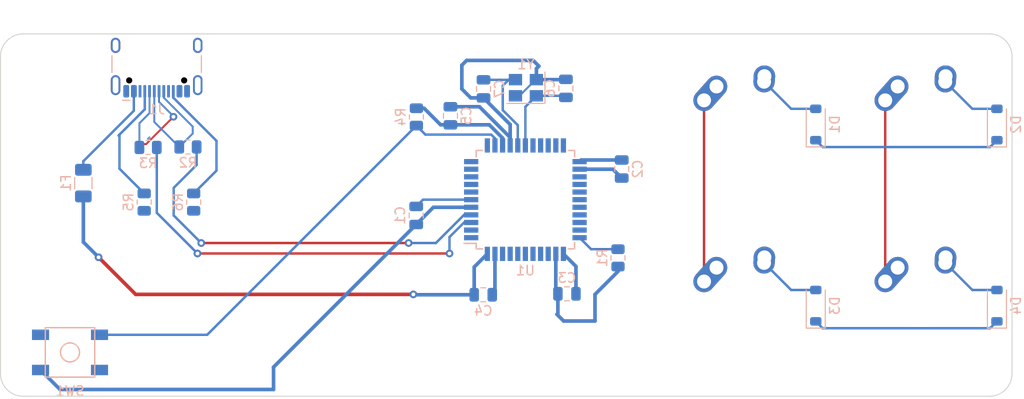
<source format=kicad_pcb>
(kicad_pcb (version 20221018) (generator pcbnew)
  (layers (0 "F.Cu" signal) (31 "B.Cu" signal) (34 "B.Paste" user) (35 "F.Paste" user) (36 "B.SilkS" user "B.Silkscreen") (37 "F.SilkS" user "F.Silkscreen") (38 "B.Mask" user) (39 "F.Mask" user) (44 "Edge.Cuts" user))
  (net 0 "")
  (net 1 "Net-(U1-UCAP)")
  (net 2 "GND")
  (net 3 "+5V")
  (net 4 "Net-(U1-XTAL1)")
  (net 5 "Net-(U1-XTAL2)")
  (net 6 "ROW0")
  (net 7 "Net-(D1-A)")
  (net 8 "Net-(D2-A)")
  (net 9 "ROW1")
  (net 10 "Net-(D3-A)")
  (net 11 "Net-(D4-A)")
  (net 12 "VCC")
  (net 13 "Net-(J1-CC1)")
  (net 14 "D+")
  (net 15 "D-")
  (net 17 "Net-(J1-CC2)")
  (net 19 "COL0")
  (net 20 "COL1")
  (net 21 "Net-(U1-~{HWB}{slash}PE2)")
  (net 22 "Net-(U1-D+)")
  (net 23 "Net-(U1-D-)")
  (net 24 "Net-(U1-~{RESET})")
  (footprint "MX_Alps_Hybrid:MX-1U-NoLED" (layer "F.Cu") (at 130.175 58.7375)
    (fp_text reference "MX1")
    (fp_text value "MX-NoLED")
    (pad "" np_thru_hole circle (at -5.08 0 48.0996) (size 1.75 1.75) (drill 1.75) (layers "*.Cu" "*.Mask"))
    (pad "" np_thru_hole circle (at 0 0) (size 3.9878 3.9878) (drill 3.9878) (layers "*.Cu" "*.Mask"))
    (pad "" np_thru_hole circle (at 5.08 0 48.0996) (size 1.75 1.75) (drill 1.75) (layers "*.Cu" "*.Mask"))
    (pad "1" thru_hole oval (at -3.81 -2.54 48.0996) (size 4.211556 2.25) (drill 1.47 (offset 0.980778 0)) (layers "*.Cu" "B.Mask") (net 19 "COL0"))
    (pad "1" thru_hole circle (at -2.5 -4) (size 2.25 2.25) (drill 1.47) (layers "*.Cu" "B.Mask") (net 19 "COL0"))
    (pad "2" thru_hole oval (at 2.5 -4.5 86.0548) (size 2.831378 2.25) (drill 1.47 (offset 0.290689 0)) (layers "*.Cu" "B.Mask") (net 7 "Net-(D1-A)"))
    (pad "2" thru_hole circle (at 2.54 -5.08) (size 2.25 2.25) (drill 1.47) (layers "*.Cu" "B.Mask") (net 7 "Net-(D1-A)"))
  )
  (footprint "MX_Alps_Hybrid:MX-1U-NoLED" (layer "F.Cu") (at 149.225 58.7375)
    (fp_text reference "MX2")
    (fp_text value "MX-NoLED")
    (pad "" np_thru_hole circle (at -5.08 0 48.0996) (size 1.75 1.75) (drill 1.75) (layers "*.Cu" "*.Mask"))
    (pad "" np_thru_hole circle (at 0 0) (size 3.9878 3.9878) (drill 3.9878) (layers "*.Cu" "*.Mask"))
    (pad "" np_thru_hole circle (at 5.08 0 48.0996) (size 1.75 1.75) (drill 1.75) (layers "*.Cu" "*.Mask"))
    (pad "1" thru_hole oval (at -3.81 -2.54 48.0996) (size 4.211556 2.25) (drill 1.47 (offset 0.980778 0)) (layers "*.Cu" "B.Mask") (net 20 "COL1"))
    (pad "1" thru_hole circle (at -2.5 -4) (size 2.25 2.25) (drill 1.47) (layers "*.Cu" "B.Mask") (net 20 "COL1"))
    (pad "2" thru_hole oval (at 2.5 -4.5 86.0548) (size 2.831378 2.25) (drill 1.47 (offset 0.290689 0)) (layers "*.Cu" "B.Mask") (net 8 "Net-(D2-A)"))
    (pad "2" thru_hole circle (at 2.54 -5.08) (size 2.25 2.25) (drill 1.47) (layers "*.Cu" "B.Mask") (net 8 "Net-(D2-A)"))
  )
  (footprint "MX_Alps_Hybrid:MX-1U-NoLED" (layer "F.Cu") (at 130.175 77.7875)
    (fp_text reference "MX3")
    (fp_text value "MX-NoLED")
    (pad "" np_thru_hole circle (at -5.08 0 48.0996) (size 1.75 1.75) (drill 1.75) (layers "*.Cu" "*.Mask"))
    (pad "" np_thru_hole circle (at 0 0) (size 3.9878 3.9878) (drill 3.9878) (layers "*.Cu" "*.Mask"))
    (pad "" np_thru_hole circle (at 5.08 0 48.0996) (size 1.75 1.75) (drill 1.75) (layers "*.Cu" "*.Mask"))
    (pad "1" thru_hole oval (at -3.81 -2.54 48.0996) (size 4.211556 2.25) (drill 1.47 (offset 0.980778 0)) (layers "*.Cu" "B.Mask") (net 19 "COL0"))
    (pad "1" thru_hole circle (at -2.5 -4) (size 2.25 2.25) (drill 1.47) (layers "*.Cu" "B.Mask") (net 19 "COL0"))
    (pad "2" thru_hole oval (at 2.5 -4.5 86.0548) (size 2.831378 2.25) (drill 1.47 (offset 0.290689 0)) (layers "*.Cu" "B.Mask") (net 10 "Net-(D3-A)"))
    (pad "2" thru_hole circle (at 2.54 -5.08) (size 2.25 2.25) (drill 1.47) (layers "*.Cu" "B.Mask") (net 10 "Net-(D3-A)"))
  )
  (footprint "MX_Alps_Hybrid:MX-1U-NoLED" (layer "F.Cu") (at 149.225 77.7875)
    (fp_text reference "MX4")
    (fp_text value "MX-NoLED")
    (pad "" np_thru_hole circle (at -5.08 0 48.0996) (size 1.75 1.75) (drill 1.75) (layers "*.Cu" "*.Mask"))
    (pad "" np_thru_hole circle (at 0 0) (size 3.9878 3.9878) (drill 3.9878) (layers "*.Cu" "*.Mask"))
    (pad "" np_thru_hole circle (at 5.08 0 48.0996) (size 1.75 1.75) (drill 1.75) (layers "*.Cu" "*.Mask"))
    (pad "1" thru_hole oval (at -3.81 -2.54 48.0996) (size 4.211556 2.25) (drill 1.47 (offset 0.980778 0)) (layers "*.Cu" "B.Mask") (net 20 "COL1"))
    (pad "1" thru_hole circle (at -2.5 -4) (size 2.25 2.25) (drill 1.47) (layers "*.Cu" "B.Mask") (net 20 "COL1"))
    (pad "2" thru_hole oval (at 2.5 -4.5 86.0548) (size 2.831378 2.25) (drill 1.47 (offset 0.290689 0)) (layers "*.Cu" "B.Mask") (net 11 "Net-(D4-A)"))
    (pad "2" thru_hole circle (at 2.54 -5.08) (size 2.25 2.25) (drill 1.47) (layers "*.Cu" "B.Mask") (net 11 "Net-(D4-A)"))
  )
  (footprint "Fuse:Fuse_1206_3216Metric" (layer "B.Cu") (at 61.1 64.9 -90)
    (fp_text reference "F1" (at 0 1.82 90) (layer "B.SilkS") (effects (justify mirror)))
    (fp_text value "500mA")
    (fp_line (start -0.602064 -0.91) (end 0.602064 -0.91) (stroke (width 0.12)) (layer "B.SilkS"))
    (fp_line (start -0.602064 0.91) (end 0.602064 0.91) (stroke (width 0.12)) (layer "B.SilkS"))
    (pad "1" smd roundrect (at -1.4 0 270) (size 1.25 1.75) (layers "B.Cu" "B.Paste" "B.Mask") (roundrect_rratio 0.2) (net 12 "VCC"))
    (pad "2" smd roundrect (at 1.4 0 270) (size 1.25 1.75) (layers "B.Cu" "B.Paste" "B.Mask") (roundrect_rratio 0.2) (net 3 "+5V"))
  )
  (footprint "Diode_SMD:D_SOD-123" (layer "B.Cu") (at 157.1625 58.7375 90)
    (fp_text reference "D2" (at 0 2 90) (layer "B.SilkS") (effects (justify mirror)))
    (fp_text value "D_Small")
    (fp_line (start -2.36 -1) (end 1.65 -1) (stroke (width 0.12)) (layer "B.SilkS"))
    (fp_line (start -2.36 1) (end -2.36 -1) (stroke (width 0.12)) (layer "B.SilkS"))
    (fp_line (start -2.36 1) (end 1.65 1) (stroke (width 0.12)) (layer "B.SilkS"))
    (pad "1" smd roundrect (at -1.65 0 90) (size 0.9 1.2) (layers "B.Cu" "B.Paste" "B.Mask") (net 6 "ROW0"))
    (pad "2" smd roundrect (at 1.65 0 90) (size 0.9 1.2) (layers "B.Cu" "B.Paste" "B.Mask") (net 8 "Net-(D2-A)"))
  )
  (footprint "Capacitor_SMD:C_0805_2012Metric" (layer "B.Cu") (at 99.7 57.82 90)
    (fp_text reference "C5" (at 0 1.68 90) (layer "B.SilkS") (effects (justify mirror)))
    (fp_text value "0.1uF")
    (fp_line (start -0.261252 -0.735) (end 0.261252 -0.735) (stroke (width 0.12)) (layer "B.SilkS"))
    (fp_line (start -0.261252 0.735) (end 0.261252 0.735) (stroke (width 0.12)) (layer "B.SilkS"))
    (pad "1" smd roundrect (at -0.95 0 90) (size 1 1.45) (layers "B.Cu" "B.Paste" "B.Mask") (net 3 "+5V"))
    (pad "2" smd roundrect (at 0.95 0 90) (size 1 1.45) (layers "B.Cu" "B.Paste" "B.Mask") (net 2 "GND"))
  )
  (footprint "Capacitor_SMD:C_0805_2012Metric" (layer "B.Cu") (at 103.18 54.99 90)
    (fp_text reference "C7" (at 0 1.68 90) (layer "B.SilkS") (effects (justify mirror)))
    (fp_text value "22pF")
    (fp_line (start -0.261252 -0.735) (end 0.261252 -0.735) (stroke (width 0.12)) (layer "B.SilkS"))
    (fp_line (start -0.261252 0.735) (end 0.261252 0.735) (stroke (width 0.12)) (layer "B.SilkS"))
    (pad "1" smd roundrect (at -0.95 0 90) (size 1 1.45) (layers "B.Cu" "B.Paste" "B.Mask") (net 2 "GND"))
    (pad "2" smd roundrect (at 0.95 0 90) (size 1 1.45) (layers "B.Cu" "B.Paste" "B.Mask") (net 5 "Net-(U1-XTAL2)"))
  )
  (footprint "random-keyboard-parts:SKQG-1155865" (layer "B.Cu") (at 59.7 82.7 180)
    (fp_text reference "SW1" (at 0 -4.064) (layer "B.SilkS") (effects (justify mirror)))
    (fp_text value "SW_Push")
    (fp_line (start -2.6 -2.6) (end -2.6 2.6) (stroke (width 0.15)) (layer "B.SilkS"))
    (fp_line (start -2.6 2.6) (end 2.6 2.6) (stroke (width 0.15)) (layer "B.SilkS"))
    (fp_line (start 2.6 -2.6) (end -2.6 -2.6) (stroke (width 0.15)) (layer "B.SilkS"))
    (fp_line (start 2.6 2.6) (end 2.6 -2.6) (stroke (width 0.15)) (layer "B.SilkS"))
    (fp_circle (center 0 0) (end 1 0) (stroke (width 0.15)) (fill none) (layer "B.SilkS"))
    (pad "1" smd rect (at 3.1 -1.85 180) (size 1.8 1.1) (layers "B.Cu" "B.Paste" "B.Mask") (net 2 "GND"))
    (pad "2" smd rect (at -3.1 1.85 180) (size 1.8 1.1) (layers "B.Cu" "B.Paste" "B.Mask") (net 24 "Net-(U1-~{RESET})"))
    (pad "3" smd rect (at 3.1 1.85 180) (size 1.8 1.1) (layers "B.Cu" "B.Paste" "B.Mask"))
    (pad "4" smd rect (at -3.1 -1.85 180) (size 1.8 1.1) (layers "B.Cu" "B.Paste" "B.Mask"))
  )
  (footprint "Resistor_SMD:R_0805_2012Metric" (layer "B.Cu") (at 67.91 61.15)
    (fp_text reference "R3" (at 0 1.65) (layer "B.SilkS") (effects (justify mirror)))
    (fp_text value "22")
    (fp_line (start -0.227064 -0.735) (end 0.227064 -0.735) (stroke (width 0.12)) (layer "B.SilkS"))
    (fp_line (start -0.227064 0.735) (end 0.227064 0.735) (stroke (width 0.12)) (layer "B.SilkS"))
    (pad "1" smd roundrect (at -0.9125 0) (size 1.025 1.4) (layers "B.Cu" "B.Paste" "B.Mask") (roundrect_rratio 0.243902) (net 15 "D-"))
    (pad "2" smd roundrect (at 0.9125 0) (size 1.025 1.4) (layers "B.Cu" "B.Paste" "B.Mask") (roundrect_rratio 0.243902) (net 23 "Net-(U1-D-)"))
  )
  (footprint "Resistor_SMD:R_0805_2012Metric" (layer "B.Cu") (at 72.7 66.9 -90)
    (fp_text reference "R6" (at 0 1.65 90) (layer "B.SilkS") (effects (justify mirror)))
    (fp_text value "5.1k")
    (fp_line (start -0.227064 -0.735) (end 0.227064 -0.735) (stroke (width 0.12)) (layer "B.SilkS"))
    (fp_line (start -0.227064 0.735) (end 0.227064 0.735) (stroke (width 0.12)) (layer "B.SilkS"))
    (pad "1" smd roundrect (at -0.9125 0 270) (size 1.025 1.4) (layers "B.Cu" "B.Paste" "B.Mask") (roundrect_rratio 0.243902) (net 17 "Net-(J1-CC2)"))
    (pad "2" smd roundrect (at 0.9125 0 270) (size 1.025 1.4) (layers "B.Cu" "B.Paste" "B.Mask") (roundrect_rratio 0.243902) (net 2 "GND"))
  )
  (footprint "Crystal:Crystal_SMD_3225-4Pin_3.2x2.5mm" (layer "B.Cu") (at 107.6375 54.87 180)
    (fp_text reference "Y1" (at 0 2.45) (layer "B.SilkS") (effects (justify mirror)))
    (fp_text value "16MHz")
    (fp_line (start -2 -1.65) (end 2 -1.65) (stroke (width 0.12)) (layer "B.SilkS"))
    (fp_line (start -2 1.65) (end -2 -1.65) (stroke (width 0.12)) (layer "B.SilkS"))
    (pad "1" smd rect (at -1.1 -0.85 180) (size 1.4 1.2) (layers "B.Cu" "B.Paste" "B.Mask") (net 4 "Net-(U1-XTAL1)"))
    (pad "2" smd rect (at 1.1 -0.85 180) (size 1.4 1.2) (layers "B.Cu" "B.Paste" "B.Mask") (net 2 "GND"))
    (pad "3" smd rect (at 1.1 0.85 180) (size 1.4 1.2) (layers "B.Cu" "B.Paste" "B.Mask") (net 5 "Net-(U1-XTAL2)"))
    (pad "4" smd rect (at -1.1 0.85 180) (size 1.4 1.2) (layers "B.Cu" "B.Paste" "B.Mask") (net 2 "GND"))
  )
  (footprint "Diode_SMD:D_SOD-123" (layer "B.Cu") (at 157.1625 77.7875 90)
    (fp_text reference "D4" (at 0 2 90) (layer "B.SilkS") (effects (justify mirror)))
    (fp_text value "D_Small")
    (fp_line (start -2.36 -1) (end 1.65 -1) (stroke (width 0.12)) (layer "B.SilkS"))
    (fp_line (start -2.36 1) (end -2.36 -1) (stroke (width 0.12)) (layer "B.SilkS"))
    (fp_line (start -2.36 1) (end 1.65 1) (stroke (width 0.12)) (layer "B.SilkS"))
    (pad "1" smd roundrect (at -1.65 0 90) (size 0.9 1.2) (layers "B.Cu" "B.Paste" "B.Mask") (net 9 "ROW1"))
    (pad "2" smd roundrect (at 1.65 0 90) (size 0.9 1.2) (layers "B.Cu" "B.Paste" "B.Mask") (net 11 "Net-(D4-A)"))
  )
  (footprint "Package_QFP:TQFP-44_10x10mm_P0.8mm" (layer "B.Cu") (at 107.58 66.64)
    (fp_text reference "U1" (at 0 7.45) (layer "B.SilkS") (effects (justify mirror)))
    (fp_text value "ATmega32U4-A")
    (fp_line (start -5.175 -5.175) (end -5.175 -4.5) (stroke (width 0.15)) (layer "B.SilkS"))
    (fp_line (start -5.175 -5.175) (end -4.5 -5.175) (stroke (width 0.15)) (layer "B.SilkS"))
    (fp_line (start -5.175 4.6) (end -6.45 4.6) (stroke (width 0.15)) (layer "B.SilkS"))
    (fp_line (start -5.175 5.175) (end -5.175 4.6) (stroke (width 0.15)) (layer "B.SilkS"))
    (fp_line (start -5.175 5.175) (end -4.5 5.175) (stroke (width 0.15)) (layer "B.SilkS"))
    (fp_line (start 5.175 -5.175) (end 4.5 -5.175) (stroke (width 0.15)) (layer "B.SilkS"))
    (fp_line (start 5.175 -5.175) (end 5.175 -4.5) (stroke (width 0.15)) (layer "B.SilkS"))
    (fp_line (start 5.175 5.175) (end 4.5 5.175) (stroke (width 0.15)) (layer "B.SilkS"))
    (fp_line (start 5.175 5.175) (end 5.175 4.5) (stroke (width 0.15)) (layer "B.SilkS"))
    (pad "1" smd rect (at -5.7 4) (size 1.5 0.55) (layers "B.Cu" "B.Paste" "B.Mask"))
    (pad "2" smd rect (at -5.7 3.2) (size 1.5 0.55) (layers "B.Cu" "B.Paste" "B.Mask") (net 3 "+5V"))
    (pad "3" smd rect (at -5.7 2.4) (size 1.5 0.55) (layers "B.Cu" "B.Paste" "B.Mask") (net 23 "Net-(U1-D-)"))
    (pad "4" smd rect (at -5.7 1.6) (size 1.5 0.55) (layers "B.Cu" "B.Paste" "B.Mask") (net 22 "Net-(U1-D+)"))
    (pad "5" smd rect (at -5.7 0.8) (size 1.5 0.55) (layers "B.Cu" "B.Paste" "B.Mask") (net 2 "GND"))
    (pad "6" smd rect (at -5.7 0) (size 1.5 0.55) (layers "B.Cu" "B.Paste" "B.Mask") (net 1 "Net-(U1-UCAP)"))
    (pad "7" smd rect (at -5.7 -0.8) (size 1.5 0.55) (layers "B.Cu" "B.Paste" "B.Mask") (net 3 "+5V"))
    (pad "8" smd rect (at -5.7 -1.6) (size 1.5 0.55) (layers "B.Cu" "B.Paste" "B.Mask"))
    (pad "9" smd rect (at -5.7 -2.4) (size 1.5 0.55) (layers "B.Cu" "B.Paste" "B.Mask"))
    (pad "10" smd rect (at -5.7 -3.2) (size 1.5 0.55) (layers "B.Cu" "B.Paste" "B.Mask"))
    (pad "11" smd rect (at -5.7 -4) (size 1.5 0.55) (layers "B.Cu" "B.Paste" "B.Mask"))
    (pad "12" smd rect (at -4 -5.7 270) (size 1.5 0.55) (layers "B.Cu" "B.Paste" "B.Mask"))
    (pad "13" smd rect (at -3.2 -5.7 270) (size 1.5 0.55) (layers "B.Cu" "B.Paste" "B.Mask") (net 24 "Net-(U1-~{RESET})"))
    (pad "14" smd rect (at -2.4 -5.7 270) (size 1.5 0.55) (layers "B.Cu" "B.Paste" "B.Mask") (net 3 "+5V"))
    (pad "15" smd rect (at -1.6 -5.7 270) (size 1.5 0.55) (layers "B.Cu" "B.Paste" "B.Mask") (net 2 "GND"))
    (pad "16" smd rect (at -0.8 -5.7 270) (size 1.5 0.55) (layers "B.Cu" "B.Paste" "B.Mask") (net 5 "Net-(U1-XTAL2)"))
    (pad "17" smd rect (at 0 -5.7 270) (size 1.5 0.55) (layers "B.Cu" "B.Paste" "B.Mask") (net 4 "Net-(U1-XTAL1)"))
    (pad "18" smd rect (at 0.8 -5.7 270) (size 1.5 0.55) (layers "B.Cu" "B.Paste" "B.Mask"))
    (pad "19" smd rect (at 1.6 -5.7 270) (size 1.5 0.55) (layers "B.Cu" "B.Paste" "B.Mask"))
    (pad "20" smd rect (at 2.4 -5.7 270) (size 1.5 0.55) (layers "B.Cu" "B.Paste" "B.Mask"))
    (pad "21" smd rect (at 3.2 -5.7 270) (size 1.5 0.55) (layers "B.Cu" "B.Paste" "B.Mask"))
    (pad "22" smd rect (at 4 -5.7 270) (size 1.5 0.55) (layers "B.Cu" "B.Paste" "B.Mask"))
    (pad "23" smd rect (at 5.7 -4) (size 1.5 0.55) (layers "B.Cu" "B.Paste" "B.Mask") (net 2 "GND"))
    (pad "24" smd rect (at 5.7 -3.2) (size 1.5 0.55) (layers "B.Cu" "B.Paste" "B.Mask") (net 3 "+5V"))
    (pad "25" smd rect (at 5.7 -2.4) (size 1.5 0.55) (layers "B.Cu" "B.Paste" "B.Mask"))
    (pad "26" smd rect (at 5.7 -1.6) (size 1.5 0.55) (layers "B.Cu" "B.Paste" "B.Mask"))
    (pad "27" smd rect (at 5.7 -0.8) (size 1.5 0.55) (layers "B.Cu" "B.Paste" "B.Mask"))
    (pad "28" smd rect (at 5.7 0) (size 1.5 0.55) (layers "B.Cu" "B.Paste" "B.Mask"))
    (pad "29" smd rect (at 5.7 0.8) (size 1.5 0.55) (layers "B.Cu" "B.Paste" "B.Mask"))
    (pad "30" smd rect (at 5.7 1.6) (size 1.5 0.55) (layers "B.Cu" "B.Paste" "B.Mask"))
    (pad "31" smd rect (at 5.7 2.4) (size 1.5 0.55) (layers "B.Cu" "B.Paste" "B.Mask"))
    (pad "32" smd rect (at 5.7 3.2) (size 1.5 0.55) (layers "B.Cu" "B.Paste" "B.Mask"))
    (pad "33" smd rect (at 5.7 4) (size 1.5 0.55) (layers "B.Cu" "B.Paste" "B.Mask") (net 21 "Net-(U1-~{HWB}{slash}PE2)"))
    (pad "34" smd rect (at 4 5.7 270) (size 1.5 0.55) (layers "B.Cu" "B.Paste" "B.Mask") (net 3 "+5V"))
    (pad "35" smd rect (at 3.2 5.7 270) (size 1.5 0.55) (layers "B.Cu" "B.Paste" "B.Mask") (net 2 "GND"))
    (pad "36" smd rect (at 2.4 5.7 270) (size 1.5 0.55) (layers "B.Cu" "B.Paste" "B.Mask"))
    (pad "37" smd rect (at 1.6 5.7 270) (size 1.5 0.55) (layers "B.Cu" "B.Paste" "B.Mask"))
    (pad "38" smd rect (at 0.8 5.7 270) (size 1.5 0.55) (layers "B.Cu" "B.Paste" "B.Mask"))
    (pad "39" smd rect (at 0 5.7 270) (size 1.5 0.55) (layers "B.Cu" "B.Paste" "B.Mask"))
    (pad "40" smd rect (at -0.8 5.7 270) (size 1.5 0.55) (layers "B.Cu" "B.Paste" "B.Mask"))
    (pad "41" smd rect (at -1.6 5.7 270) (size 1.5 0.55) (layers "B.Cu" "B.Paste" "B.Mask"))
    (pad "42" smd rect (at -2.4 5.7 270) (size 1.5 0.55) (layers "B.Cu" "B.Paste" "B.Mask"))
    (pad "43" smd rect (at -3.2 5.7 270) (size 1.5 0.55) (layers "B.Cu" "B.Paste" "B.Mask") (net 2 "GND"))
    (pad "44" smd rect (at -4 5.7 270) (size 1.5 0.55) (layers "B.Cu" "B.Paste" "B.Mask") (net 3 "+5V"))
  )
  (footprint "Resistor_SMD:R_0805_2012Metric" (layer "B.Cu") (at 72.1 61.1)
    (fp_text reference "R2" (at 0 1.65) (layer "B.SilkS") (effects (justify mirror)))
    (fp_text value "22")
    (fp_line (start -0.227064 -0.735) (end 0.227064 -0.735) (stroke (width 0.12)) (layer "B.SilkS"))
    (fp_line (start -0.227064 0.735) (end 0.227064 0.735) (stroke (width 0.12)) (layer "B.SilkS"))
    (pad "1" smd roundrect (at -0.9125 0) (size 1.025 1.4) (layers "B.Cu" "B.Paste" "B.Mask") (roundrect_rratio 0.243902) (net 14 "D+"))
    (pad "2" smd roundrect (at 0.9125 0) (size 1.025 1.4) (layers "B.Cu" "B.Paste" "B.Mask") (roundrect_rratio 0.243902) (net 22 "Net-(U1-D+)"))
  )
  (footprint "Diode_SMD:D_SOD-123" (layer "B.Cu") (at 138.1125 77.7875 90)
    (fp_text reference "D3" (at 0 2 90) (layer "B.SilkS") (effects (justify mirror)))
    (fp_text value "D_Small")
    (fp_line (start -2.36 -1) (end 1.65 -1) (stroke (width 0.12)) (layer "B.SilkS"))
    (fp_line (start -2.36 1) (end -2.36 -1) (stroke (width 0.12)) (layer "B.SilkS"))
    (fp_line (start -2.36 1) (end 1.65 1) (stroke (width 0.12)) (layer "B.SilkS"))
    (pad "1" smd roundrect (at -1.65 0 90) (size 0.9 1.2) (layers "B.Cu" "B.Paste" "B.Mask") (net 9 "ROW1"))
    (pad "2" smd roundrect (at 1.65 0 90) (size 0.9 1.2) (layers "B.Cu" "B.Paste" "B.Mask") (net 10 "Net-(D3-A)"))
  )
  (footprint "Capacitor_SMD:C_0805_2012Metric" (layer "B.Cu") (at 111.9475 76.54 180)
    (fp_text reference "C3" (at 0 1.68) (layer "B.SilkS") (effects (justify mirror)))
    (fp_text value "0.1uF")
    (fp_line (start -0.261252 -0.735) (end 0.261252 -0.735) (stroke (width 0.12)) (layer "B.SilkS"))
    (fp_line (start -0.261252 0.735) (end 0.261252 0.735) (stroke (width 0.12)) (layer "B.SilkS"))
    (pad "1" smd roundrect (at -0.95 0 180) (size 1 1.45) (layers "B.Cu" "B.Paste" "B.Mask") (net 3 "+5V"))
    (pad "2" smd roundrect (at 0.95 0 180) (size 1 1.45) (layers "B.Cu" "B.Paste" "B.Mask") (net 2 "GND"))
  )
  (footprint "Capacitor_SMD:C_0805_2012Metric" (layer "B.Cu") (at 117.71 63.42 90)
    (fp_text reference "C2" (at 0 1.68 90) (layer "B.SilkS") (effects (justify mirror)))
    (fp_text value "0.1uF")
    (fp_line (start -0.261252 -0.735) (end 0.261252 -0.735) (stroke (width 0.12)) (layer "B.SilkS"))
    (fp_line (start -0.261252 0.735) (end 0.261252 0.735) (stroke (width 0.12)) (layer "B.SilkS"))
    (pad "1" smd roundrect (at -0.95 0 90) (size 1 1.45) (layers "B.Cu" "B.Paste" "B.Mask") (net 3 "+5V"))
    (pad "2" smd roundrect (at 0.95 0 90) (size 1 1.45) (layers "B.Cu" "B.Paste" "B.Mask") (net 2 "GND"))
  )
  (footprint "Capacitor_SMD:C_0805_2012Metric" (layer "B.Cu") (at 96.1 68.3 -90)
    (fp_text reference "C1" (at 0 1.68 90) (layer "B.SilkS") (effects (justify mirror)))
    (fp_text value "1uF")
    (fp_line (start -0.261252 -0.735) (end 0.261252 -0.735) (stroke (width 0.12)) (layer "B.SilkS"))
    (fp_line (start -0.261252 0.735) (end 0.261252 0.735) (stroke (width 0.12)) (layer "B.SilkS"))
    (pad "1" smd roundrect (at -0.95 0 270) (size 1 1.45) (layers "B.Cu" "B.Paste" "B.Mask") (net 1 "Net-(U1-UCAP)"))
    (pad "2" smd roundrect (at 0.95 0 270) (size 1 1.45) (layers "B.Cu" "B.Paste" "B.Mask") (net 2 "GND"))
  )
  (footprint "Resistor_SMD:R_0805_2012Metric" (layer "B.Cu") (at 96.12 57.94 -90)
    (fp_text reference "R4" (at 0 1.65 90) (layer "B.SilkS") (effects (justify mirror)))
    (fp_text value "10k")
    (fp_line (start -0.227064 -0.735) (end 0.227064 -0.735) (stroke (width 0.12)) (layer "B.SilkS"))
    (fp_line (start -0.227064 0.735) (end 0.227064 0.735) (stroke (width 0.12)) (layer "B.SilkS"))
    (pad "1" smd roundrect (at -0.9125 0 270) (size 1.025 1.4) (layers "B.Cu" "B.Paste" "B.Mask") (roundrect_rratio 0.243902) (net 3 "+5V"))
    (pad "2" smd roundrect (at 0.9125 0 270) (size 1.025 1.4) (layers "B.Cu" "B.Paste" "B.Mask") (roundrect_rratio 0.243902) (net 24 "Net-(U1-~{RESET})"))
  )
  (footprint "Connector_USB:USB_C_Receptacle_HCTL_HC-TYPE-C-16P-01A" (layer "B.Cu") (at 68.81 51.495)
    (fp_text reference "J1" (at 0 5.645) (layer "B.SilkS") (effects (justify mirror)))
    (fp_text value "USB_C_Receptacle_USB2.0")
    (fp_line (start -4.7 1.78) (end -4.7 0) (stroke (width 0.12)) (layer "B.SilkS"))
    (fp_line (start -2.8 4.7) (end -3.6 4.7) (stroke (width 0.12)) (layer "B.SilkS"))
    (fp_line (start 4.7 1.78) (end 4.7 0) (stroke (width 0.12)) (layer "B.SilkS"))
    (pad "" np_thru_hole circle (at -2.89 2.605) (size 0.65 0.65) (drill 0.65) (layers "*.Mask"))
    (pad "" np_thru_hole circle (at 2.89 2.605) (size 0.65 0.65) (drill 0.65) (layers "*.Mask"))
    (pad "A1" smd roundrect (at -3.2 3.745) (size 0.6 1.3) (layers "B.Cu" "B.Paste" "B.Mask") (net 2 "GND"))
    (pad "A4" smd roundrect (at -2.4 3.745) (size 0.6 1.3) (layers "B.Cu" "B.Paste" "B.Mask") (net 12 "VCC"))
    (pad "A5" smd roundrect (at -1.25 3.745) (size 0.3 1.3) (layers "B.Cu" "B.Paste" "B.Mask") (net 13 "Net-(J1-CC1)"))
    (pad "A6" smd roundrect (at -0.25 3.745) (size 0.3 1.3) (layers "B.Cu" "B.Paste" "B.Mask") (net 14 "D+"))
    (pad "A7" smd roundrect (at 0.25 3.745) (size 0.3 1.3) (layers "B.Cu" "B.Paste" "B.Mask") (net 15 "D-"))
    (pad "A8" smd roundrect (at 1.25 3.745) (size 0.3 1.3) (layers "B.Cu" "B.Paste" "B.Mask"))
    (pad "A9" smd roundrect (at 2.4 3.745) (size 0.6 1.3) (layers "B.Cu" "B.Paste" "B.Mask") (net 12 "VCC"))
    (pad "A12" smd roundrect (at 3.2 3.745) (size 0.6 1.3) (layers "B.Cu" "B.Paste" "B.Mask") (net 2 "GND"))
    (pad "B1" smd roundrect (at 3.2 3.745) (size 0.6 1.3) (layers "B.Cu" "B.Paste" "B.Mask") (net 2 "GND"))
    (pad "B4" smd roundrect (at 2.4 3.745) (size 0.6 1.3) (layers "B.Cu" "B.Paste" "B.Mask") (net 12 "VCC"))
    (pad "B5" smd roundrect (at 1.75 3.745) (size 0.3 1.3) (layers "B.Cu" "B.Paste" "B.Mask") (net 17 "Net-(J1-CC2)"))
    (pad "B6" smd roundrect (at 0.75 3.745) (size 0.3 1.3) (layers "B.Cu" "B.Paste" "B.Mask") (net 14 "D+"))
    (pad "B7" smd roundrect (at -0.75 3.745) (size 0.3 1.3) (layers "B.Cu" "B.Paste" "B.Mask") (net 15 "D-"))
    (pad "B8" smd roundrect (at -1.75 3.745) (size 0.3 1.3) (layers "B.Cu" "B.Paste" "B.Mask"))
    (pad "B9" smd roundrect (at -2.4 3.745) (size 0.6 1.3) (layers "B.Cu" "B.Paste" "B.Mask") (net 12 "VCC"))
    (pad "B12" smd roundrect (at -3.2 3.745) (size 0.6 1.3) (layers "B.Cu" "B.Paste" "B.Mask") (net 2 "GND"))
    (pad "S1" thru_hole oval (at -4.32 -1.075) (size 1 1.6) (drill oval 0.6 1.2) (layers "*.Cu" "*.Mask") (net 2 "GND"))
    (pad "S1" thru_hole oval (at -4.32 3.105) (size 1 2.1) (drill oval 0.6 1.7) (layers "*.Cu" "*.Mask") (net 2 "GND"))
    (pad "S1" thru_hole oval (at 4.32 -1.075) (size 1 1.6) (drill oval 0.6 1.2) (layers "*.Cu" "*.Mask") (net 2 "GND"))
    (pad "S1" thru_hole oval (at 4.32 3.105) (size 1 2.1) (drill oval 0.6 1.7) (layers "*.Cu" "*.Mask") (net 2 "GND"))
  )
  (footprint "Resistor_SMD:R_0805_2012Metric" (layer "B.Cu") (at 117.3175 72.76 -90)
    (fp_text reference "R1" (at 0 1.65 90) (layer "B.SilkS") (effects (justify mirror)))
    (fp_text value "10k")
    (fp_line (start -0.227064 -0.735) (end 0.227064 -0.735) (stroke (width 0.12)) (layer "B.SilkS"))
    (fp_line (start -0.227064 0.735) (end 0.227064 0.735) (stroke (width 0.12)) (layer "B.SilkS"))
    (pad "1" smd roundrect (at -0.9125 0 270) (size 1.025 1.4) (layers "B.Cu" "B.Paste" "B.Mask") (roundrect_rratio 0.243902) (net 21 "Net-(U1-~{HWB}{slash}PE2)"))
    (pad "2" smd roundrect (at 0.9125 0 270) (size 1.025 1.4) (layers "B.Cu" "B.Paste" "B.Mask") (roundrect_rratio 0.243902) (net 2 "GND"))
  )
  (footprint "Capacitor_SMD:C_0805_2012Metric" (layer "B.Cu") (at 111.84 54.94 -90)
    (fp_text reference "C6" (at 0 1.68 90) (layer "B.SilkS") (effects (justify mirror)))
    (fp_text value "22pF")
    (fp_line (start -0.261252 -0.735) (end 0.261252 -0.735) (stroke (width 0.12)) (layer "B.SilkS"))
    (fp_line (start -0.261252 0.735) (end 0.261252 0.735) (stroke (width 0.12)) (layer "B.SilkS"))
    (pad "1" smd roundrect (at -0.95 0 270) (size 1 1.45) (layers "B.Cu" "B.Paste" "B.Mask") (net 2 "GND"))
    (pad "2" smd roundrect (at 0.95 0 270) (size 1 1.45) (layers "B.Cu" "B.Paste" "B.Mask") (net 4 "Net-(U1-XTAL1)"))
  )
  (footprint "Resistor_SMD:R_0805_2012Metric" (layer "B.Cu") (at 67.5 66.9 -90)
    (fp_text reference "R5" (at 0 1.65 90) (layer "B.SilkS") (effects (justify mirror)))
    (fp_text value "5.1k")
    (fp_line (start -0.227064 -0.735) (end 0.227064 -0.735) (stroke (width 0.12)) (layer "B.SilkS"))
    (fp_line (start -0.227064 0.735) (end 0.227064 0.735) (stroke (width 0.12)) (layer "B.SilkS"))
    (pad "1" smd roundrect (at -0.9125 0 270) (size 1.025 1.4) (layers "B.Cu" "B.Paste" "B.Mask") (roundrect_rratio 0.243902) (net 13 "Net-(J1-CC1)"))
    (pad "2" smd roundrect (at 0.9125 0 270) (size 1.025 1.4) (layers "B.Cu" "B.Paste" "B.Mask") (roundrect_rratio 0.243902) (net 2 "GND"))
  )
  (footprint "Diode_SMD:D_SOD-123" (layer "B.Cu") (at 138.1125 58.7375 90)
    (fp_text reference "D1" (at 0 2 90) (layer "B.SilkS") (effects (justify mirror)))
    (fp_text value "D_Small")
    (fp_line (start -2.36 -1) (end 1.65 -1) (stroke (width 0.12)) (layer "B.SilkS"))
    (fp_line (start -2.36 1) (end -2.36 -1) (stroke (width 0.12)) (layer "B.SilkS"))
    (fp_line (start -2.36 1) (end 1.65 1) (stroke (width 0.12)) (layer "B.SilkS"))
    (pad "1" smd roundrect (at -1.65 0 90) (size 0.9 1.2) (layers "B.Cu" "B.Paste" "B.Mask") (net 6 "ROW0"))
    (pad "2" smd roundrect (at 1.65 0 90) (size 0.9 1.2) (layers "B.Cu" "B.Paste" "B.Mask") (net 7 "Net-(D1-A)"))
  )
  (footprint "Capacitor_SMD:C_0805_2012Metric" (layer "B.Cu") (at 103.1475 76.64)
    (fp_text reference "C4" (at 0 1.68) (layer "B.SilkS") (effects (justify mirror)))
    (fp_text value "10uF")
    (fp_line (start -0.261252 -0.735) (end 0.261252 -0.735) (stroke (width 0.12)) (layer "B.SilkS"))
    (fp_line (start -0.261252 0.735) (end 0.261252 0.735) (stroke (width 0.12)) (layer "B.SilkS"))
    (pad "1" smd roundrect (at -0.95 0) (size 1 1.45) (layers "B.Cu" "B.Paste" "B.Mask") (net 3 "+5V"))
    (pad "2" smd roundrect (at 0.95 0) (size 1 1.45) (layers "B.Cu" "B.Paste" "B.Mask") (net 2 "GND"))
  )
  (gr_line (start 52.3875 51.59375) (end 52.3875 84.93125) (stroke (width 0.1)) (layer "Edge.Cuts"))
  (gr_line (start 156.36875 49.2125) (end 54.76875 49.2125) (stroke (width 0.1)) (layer "Edge.Cuts"))
  (gr_arc (start 54.76875 87.3125) (mid 53.084952 86.615048) (end 52.3875 84.93125) (stroke (width 0.1)) (layer "Edge.Cuts"))
  (gr_line (start 158.75 51.59375) (end 158.75 84.93125) (stroke (width 0.1)) (layer "Edge.Cuts"))
  (gr_arc (start 158.75 84.93125) (mid 158.052548 86.615048) (end 156.36875 87.3125) (stroke (width 0.1)) (layer "Edge.Cuts"))
  (gr_line (start 54.76875 87.3125) (end 156.36875 87.3125) (stroke (width 0.1)) (layer "Edge.Cuts"))
  (gr_arc (start 156.36875 49.2125) (mid 158.052548 49.909952) (end 158.75 51.59375) (stroke (width 0.1)) (layer "Edge.Cuts"))
  (gr_arc (start 52.3875 51.59375) (mid 53.084952 49.909952) (end 54.76875 49.2125) (stroke (width 0.1)) (layer "Edge.Cuts"))
  (segment (start 96.1 67.35) (end 96.81 66.64) (width 0.254) (layer "B.Cu") (net 1))
  (segment (start 96.81 66.64) (end 101.88 66.64) (width 0.254) (layer "B.Cu") (net 1))
  (segment (start 104.0975 76.64) (end 104.38 76.3575) (width 0.381) (layer "B.Cu") (net 2))
  (segment (start 101.84 55.94) (end 100.9 55) (width 0.381) (layer "B.Cu") (net 2))
  (segment (start 97.91 67.44) (end 101.88 67.44) (width 0.381) (layer "B.Cu") (net 2))
  (segment (start 103.18 55.94) (end 105.98 58.74) (width 0.381) (layer "B.Cu") (net 2))
  (segment (start 110.9 78.7) (end 110.9975 78.6025) (width 0.381) (layer "B.Cu") (net 2))
  (segment (start 108.7375 52.8625) (end 108.7375 54.02) (width 0.381) (layer "B.Cu") (net 2))
  (segment (start 110.78 76.3225) (end 110.78 72.34) (width 0.381) (layer "B.Cu") (net 2))
  (segment (start 111.81 54.02) (end 111.84 53.99) (width 0.381) (layer "B.Cu") (net 2))
  (segment (start 100.9 55) (end 100.9 52.5) (width 0.381) (layer "B.Cu") (net 2))
  (segment (start 96.1 69.25) (end 97.91 67.44) (width 0.381) (layer "B.Cu") (net 2))
  (segment (start 108.7375 54.02) (end 111.81 54.02) (width 0.381) (layer "B.Cu") (net 2))
  (segment (start 105.98 58.74) (end 105.98 60.94) (width 0.381) (layer "B.Cu") (net 2))
  (segment (start 108.659212 54.02) (end 106.959212 55.72) (width 0.2032) (layer "B.Cu") (net 2))
  (segment (start 56.6 84.55) (end 58.65 86.6) (width 0.381) (layer "B.Cu") (net 2))
  (segment (start 81.1 84.25) (end 96.1 69.25) (width 0.381) (layer "B.Cu") (net 2))
  (segment (start 110.9975 76.54) (end 110.78 76.3225) (width 0.381) (layer "B.Cu") (net 2))
  (segment (start 108.4 52) (end 109 52.6) (width 0.381) (layer "B.Cu") (net 2))
  (segment (start 58.65 86.6) (end 81.1 86.6) (width 0.381) (layer "B.Cu") (net 2))
  (segment (start 99.7 56.87) (end 102.75 56.87) (width 0.381) (layer "B.Cu") (net 2))
  (segment (start 111.6 79.4) (end 110.9 78.7) (width 0.381) (layer "B.Cu") (net 2))
  (segment (start 117.3175 74.185) (end 114.9 76.6025) (width 0.381) (layer "B.Cu") (net 2))
  (segment (start 102.75 56.87) (end 105.98 60.1) (width 0.381) (layer "B.Cu") (net 2))
  (segment (start 109 52.6) (end 108.7375 52.8625) (width 0.381) (layer "B.Cu") (net 2))
  (segment (start 104.38 76.3575) (end 104.38 72.34) (width 0.381) (layer "B.Cu") (net 2))
  (segment (start 117.71 62.47) (end 113.45 62.47) (width 0.381) (layer "B.Cu") (net 2))
  (segment (start 113.45 62.47) (end 113.28 62.64) (width 0.381) (layer "B.Cu") (net 2))
  (segment (start 110.9975 78.6025) (end 110.9975 76.54) (width 0.381) (layer "B.Cu") (net 2))
  (segment (start 106.959212 55.72) (end 106.5375 55.72) (width 0.2032) (layer "B.Cu") (net 2))
  (segment (start 103.18 55.94) (end 101.84 55.94) (width 0.381) (layer "B.Cu") (net 2))
  (segment (start 100.9 52.5) (end 101.4 52) (width 0.381) (layer "B.Cu") (net 2))
  (segment (start 108.7375 54.02) (end 108.659212 54.02) (width 0.2032) (layer "B.Cu") (net 2))
  (segment (start 106.98 55.72) (end 106.5375 55.72) (width 0.381) (layer "B.Cu") (net 2))
  (segment (start 114.9 76.6025) (end 114.9 79.4) (width 0.381) (layer "B.Cu") (net 2))
  (segment (start 117.3175 73.6725) (end 117.3175 74.185) (width 0.381) (layer "B.Cu") (net 2))
  (segment (start 101.4 52) (end 108.4 52) (width 0.381) (layer "B.Cu") (net 2))
  (segment (start 81.1 86.6) (end 81.1 84.25) (width 0.381) (layer "B.Cu") (net 2))
  (segment (start 105.98 60.1) (end 105.98 60.94) (width 0.381) (layer "B.Cu") (net 2))
  (segment (start 114.9 79.4) (end 111.6 79.4) (width 0.381) (layer "B.Cu") (net 2))
  (segment (start 66.6 76.6) (end 95.8 76.6) (width 0.381) (layer "F.Cu") (net 3))
  (segment (start 62.7 72.7) (end 66.6 76.6) (width 0.381) (layer "F.Cu") (net 3))
  (via (at 62.7 72.7) (size 0.8) (drill 0.4) (layers "F.Cu" "B.Cu") (net 3))
  (via (at 95.8 76.6) (size 0.8) (drill 0.4) (layers "F.Cu" "B.Cu") (net 3))
  (segment (start 112.8975 76.54) (end 112.8975 73.6575) (width 0.381) (layer "B.Cu") (net 3))
  (segment (start 99.7 58.77) (end 103.78725 58.77) (width 0.381) (layer "B.Cu") (net 3))
  (segment (start 95.8 76.6) (end 95.84 76.64) (width 0.381) (layer "B.Cu") (net 3))
  (segment (start 112.8975 73.6575) (end 111.58 72.34) (width 0.381) (layer "B.Cu") (net 3))
  (segment (start 117.71 64.37) (end 116.78 63.44) (width 0.381) (layer "B.Cu") (net 3))
  (segment (start 61.1 66.3) (end 61.1 71.1) (width 0.381) (layer "B.Cu") (net 3))
  (segment (start 102.1975 73.7225) (end 103.58 72.34) (width 0.381) (layer "B.Cu") (net 3))
  (segment (start 105.18 60.16275) (end 105.18 60.94) (width 0.381) (layer "B.Cu") (net 3))
  (segment (start 95.84 76.64) (end 102.1975 76.64) (width 0.381) (layer "B.Cu") (net 3))
  (segment (start 103.78725 58.77) (end 105.18 60.16275) (width 0.381) (layer "B.Cu") (net 3))
  (segment (start 61.1 71.1) (end 62.7 72.7) (width 0.381) (layer "B.Cu") (net 3))
  (segment (start 116.78 63.44) (end 113.28 63.44) (width 0.381) (layer "B.Cu") (net 3))
  (segment (start 98.67 58.77) (end 99.7 58.77) (width 0.381) (layer "B.Cu") (net 3))
  (segment (start 96.12 57.0275) (end 96.9275 57.0275) (width 0.381) (layer "B.Cu") (net 3))
  (segment (start 96.9275 57.0275) (end 98.67 58.77) (width 0.381) (layer "B.Cu") (net 3))
  (segment (start 102.1975 76.64) (end 102.1975 73.7225) (width 0.381) (layer "B.Cu") (net 3))
  (segment (start 111.67 55.72) (end 111.84 55.89) (width 0.254) (layer "B.Cu") (net 4))
  (segment (start 107.58 56.8775) (end 107.58 60.94) (width 0.254) (layer "B.Cu") (net 4))
  (segment (start 108.7375 55.72) (end 111.67 55.72) (width 0.254) (layer "B.Cu") (net 4))
  (segment (start 108.7375 55.72) (end 107.58 56.8775) (width 0.254) (layer "B.Cu") (net 4))
  (segment (start 106.5375 54.02) (end 105.8375 54.02) (width 0.254) (layer "B.Cu") (net 5))
  (segment (start 105.8375 54.02) (end 105.2 54.6575) (width 0.254) (layer "B.Cu") (net 5))
  (segment (start 106.5175 54.04) (end 106.5375 54.02) (width 0.254) (layer "B.Cu") (net 5))
  (segment (start 105.2 54.6575) (end 105.2 57.228144) (width 0.254) (layer "B.Cu") (net 5))
  (segment (start 106.78 58.808144) (end 106.78 60.94) (width 0.254) (layer "B.Cu") (net 5))
  (segment (start 103.18 54.04) (end 106.5175 54.04) (width 0.254) (layer "B.Cu") (net 5))
  (segment (start 105.2 57.228144) (end 106.78 58.808144) (width 0.254) (layer "B.Cu") (net 5))
  (segment (start 138.1125 60.3875) (end 138.8334 61.1084) (width 0.254) (layer "B.Cu") (net 6))
  (segment (start 156.4416 61.1084) (end 157.1625 60.3875) (width 0.254) (layer "B.Cu") (net 6))
  (segment (start 138.8334 61.1084) (end 156.4416 61.1084) (width 0.254) (layer "B.Cu") (net 6))
  (segment (start 135.525 57.0875) (end 132.675 54.2375) (width 0.254) (layer "B.Cu") (net 7))
  (segment (start 138.1125 57.0875) (end 135.525 57.0875) (width 0.254) (layer "B.Cu") (net 7))
  (segment (start 154.575 57.0875) (end 151.725 54.2375) (width 0.254) (layer "B.Cu") (net 8))
  (segment (start 157.1625 57.0875) (end 154.575 57.0875) (width 0.254) (layer "B.Cu") (net 8))
  (segment (start 156.4416 80.1584) (end 138.8334 80.1584) (width 0.254) (layer "B.Cu") (net 9))
  (segment (start 157.1625 79.4375) (end 156.4416 80.1584) (width 0.254) (layer "B.Cu") (net 9))
  (segment (start 138.8334 80.1584) (end 138.1125 79.4375) (width 0.254) (layer "B.Cu") (net 9))
  (segment (start 135.525 76.1375) (end 132.675 73.2875) (width 0.254) (layer "B.Cu") (net 10))
  (segment (start 138.1125 76.1375) (end 135.525 76.1375) (width 0.254) (layer "B.Cu") (net 10))
  (segment (start 157.1625 76.1375) (end 154.575 76.1375) (width 0.254) (layer "B.Cu") (net 11))
  (segment (start 154.575 76.1375) (end 151.725 73.2875) (width 0.254) (layer "B.Cu") (net 11))
  (segment (start 66.41 57.29) (end 61.1 62.6) (width 0.254) (layer "B.Cu") (net 12))
  (segment (start 61.1 62.6) (end 61.1 63.5) (width 0.254) (layer "B.Cu") (net 12))
  (segment (start 66.41 55.24) (end 66.41 57.29) (width 0.254) (layer "B.Cu") (net 12))
  (segment (start 64.9 59.8) (end 64.8 59.9) (width 0.254) (layer "B.Cu") (net 13))
  (segment (start 64.9 63.3875) (end 67.5 65.9875) (width 0.254) (layer "B.Cu") (net 13))
  (segment (start 67.56 57.14) (end 64.9 59.8) (width 0.254) (layer "B.Cu") (net 13))
  (segment (start 64.9 59.8) (end 64.9 63.3875) (width 0.254) (layer "B.Cu") (net 13))
  (segment (start 67.56 55.24) (end 67.56 57.14) (width 0.254) (layer "B.Cu") (net 13))
  (segment (start 72.6 59.6875) (end 71.1875 61.1) (width 0.2) (layer "B.Cu") (net 14))
  (segment (start 68.56 58.4725) (end 71.1875 61.1) (width 0.2) (layer "B.Cu") (net 14))
  (segment (start 69.56 55.92033) (end 72.6 58.96033) (width 0.2) (layer "B.Cu") (net 14))
  (segment (start 68.56 55.24) (end 68.56 58.4725) (width 0.2) (layer "B.Cu") (net 14))
  (segment (start 69.56 55.24) (end 69.56 55.92033) (width 0.2) (layer "B.Cu") (net 14))
  (segment (start 72.6 58.96033) (end 72.6 59.6875) (width 0.2) (layer "B.Cu") (net 14))
  (segment (start 70.575213 57.924787) (end 67.7 60.8) (width 0.2) (layer "F.Cu") (net 15))
  (segment (start 67.7 60.8) (end 67.2 60.8) (width 0.2) (layer "F.Cu") (net 15))
  (via (at 70.575213 57.924787) (size 0.8) (drill 0.4) (layers "F.Cu" "B.Cu") (net 15))
  (segment (start 70.6 57.9) (end 70.575213 57.924787) (width 0.2) (layer "B.Cu") (net 15))
  (segment (start 68.06 55.24) (end 68.06 57.54) (width 0.2) (layer "B.Cu") (net 15))
  (segment (start 68.06 57.54) (end 66.9975 58.6025) (width 0.2) (layer "B.Cu") (net 15))
  (segment (start 68.06 60.0875) (end 67.91 60.2375) (width 0.2) (layer "B.Cu") (net 15))
  (segment (start 69.06 56.36) (end 70.6 57.9) (width 0.2) (layer "B.Cu") (net 15))
  (segment (start 66.9975 58.6025) (end 66.9975 61.15) (width 0.2) (layer "B.Cu") (net 15))
  (segment (start 69.06 55.24) (end 69.06 56.36) (width 0.2) (layer "B.Cu") (net 15))
  (segment (start 75.1 60.454582) (end 75.1 63.5875) (width 0.254) (layer "B.Cu") (net 17))
  (segment (start 70.56 55.24) (end 70.56 55.914582) (width 0.254) (layer "B.Cu") (net 17))
  (segment (start 70.56 55.914582) (end 75.1 60.454582) (width 0.254) (layer "B.Cu") (net 17))
  (segment (start 75.1 63.5875) (end 72.7 65.9875) (width 0.254) (layer "B.Cu") (net 17))
  (segment (start 126.365 56.1975) (end 126.365 75.2475) (width 0.254) (layer "F.Cu") (net 19))
  (segment (start 145.415 56.1975) (end 145.415 75.2475) (width 0.254) (layer "F.Cu") (net 20))
  (segment (start 114.4875 71.8475) (end 113.28 70.64) (width 0.254) (layer "B.Cu") (net 21))
  (segment (start 117.3175 71.8475) (end 114.4875 71.8475) (width 0.254) (layer "B.Cu") (net 21))
  (segment (start 73.5 71.2) (end 95.2 71.2) (width 0.254) (layer "F.Cu") (net 22))
  (segment (start 95.2 71.2) (end 95.3 71.2) (width 0.254) (layer "F.Cu") (net 22))
  (via (at 95.3 71.2) (size 0.8) (drill 0.4) (layers "F.Cu" "B.Cu") (net 22))
  (via (at 73.5 71.2) (size 0.8) (drill 0.4) (layers "F.Cu" "B.Cu") (net 22))
  (segment (start 70.6 65.4) (end 70.6 68.3) (width 0.254) (layer "B.Cu") (net 22))
  (segment (start 70.6 68.3) (end 73.5 71.2) (width 0.254) (layer "B.Cu") (net 22))
  (segment (start 95.3 71.2) (end 98.17 71.2) (width 0.254) (layer "B.Cu") (net 22))
  (segment (start 101.13 68.24) (end 101.88 68.24) (width 0.254) (layer "B.Cu") (net 22))
  (segment (start 73.0125 62.9875) (end 70.6 65.4) (width 0.254) (layer "B.Cu") (net 22))
  (segment (start 73.0125 61.1) (end 73.0125 62.9875) (width 0.254) (layer "B.Cu") (net 22))
  (segment (start 98.17 71.2) (end 101.13 68.24) (width 0.254) (layer "B.Cu") (net 22))
  (segment (start 73.1 72.3) (end 99.6 72.3) (width 0.254) (layer "F.Cu") (net 23))
  (via (at 99.6 72.3) (size 0.8) (drill 0.4) (layers "F.Cu" "B.Cu") (net 23))
  (via (at 73.1 72.3) (size 0.8) (drill 0.4) (layers "F.Cu" "B.Cu") (net 23))
  (segment (start 99.6 70.57) (end 101.13 69.04) (width 0.254) (layer "B.Cu") (net 23))
  (segment (start 68.8225 68.0225) (end 73.1 72.3) (width 0.254) (layer "B.Cu") (net 23))
  (segment (start 101.13 69.04) (end 101.88 69.04) (width 0.254) (layer "B.Cu") (net 23))
  (segment (start 68.8225 61.15) (end 68.8225 68.0225) (width 0.254) (layer "B.Cu") (net 23))
  (segment (start 99.6 72.3) (end 99.6 70.57) (width 0.254) (layer "B.Cu") (net 23))
  (segment (start 97.0675 59.8) (end 103.99 59.8) (width 0.254) (layer "B.Cu") (net 24))
  (segment (start 103.99 59.8) (end 104.38 60.19) (width 0.254) (layer "B.Cu") (net 24))
  (segment (start 104.38 60.19) (end 104.38 60.94) (width 0.254) (layer "B.Cu") (net 24))
  (segment (start 74.1225 80.85) (end 96.12 58.8525) (width 0.254) (layer "B.Cu") (net 24))
  (segment (start 62.8 80.85) (end 74.1225 80.85) (width 0.254) (layer "B.Cu") (net 24))
  (segment (start 96.12 58.8525) (end 97.0675 59.8) (width 0.254) (layer "B.Cu") (net 24))
)
</source>
